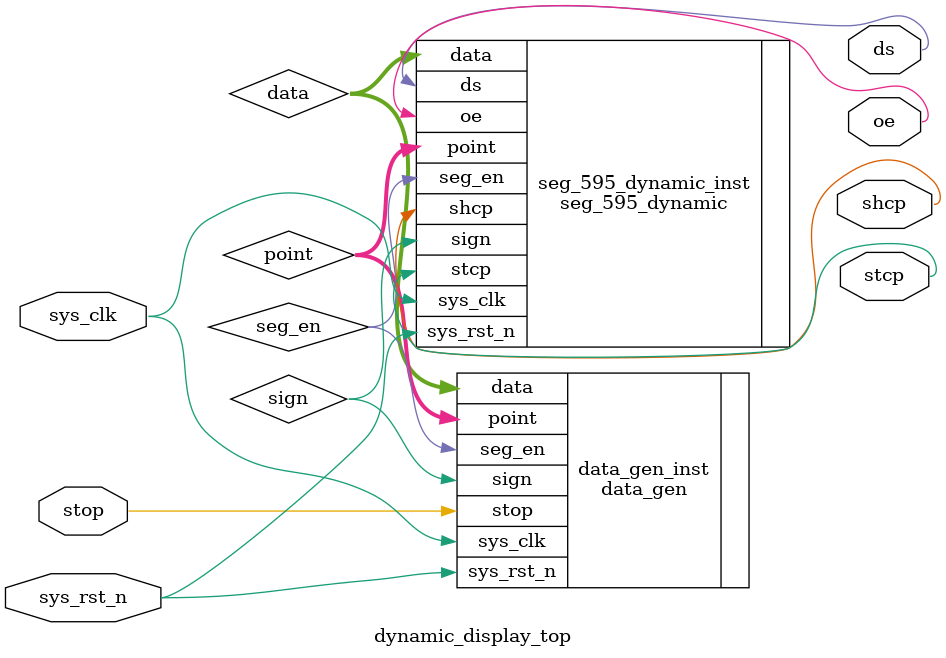
<source format=v>
module dynamic_display_top(
	input wire sys_clk,
	input wire sys_rst_n,
	input wire stop,
	
	output wire stcp,
	output wire shcp,
	output wire ds,
	output wire oe
);

wire [19:0] data;
wire [5:0] point;
wire 	seg_en;
wire 	sign;

data_gen data_gen_inst(
	.sys_clk(sys_clk),
	.sys_rst_n(sys_rst_n),
	.stop(stop),
	
	.data(data),
	.point(point),
	.seg_en(seg_en),
	.sign(sign)
);

seg_595_dynamic seg_595_dynamic_inst(
	.sys_clk(sys_clk),
	.sys_rst_n(sys_rst_n),
	.data(data),
	.point(point),
	.seg_en(seg_en),
	.sign(sign),
	.stcp(stcp),
	.shcp(shcp),
	.ds(ds),
	.oe(oe)
);
endmodule
</source>
